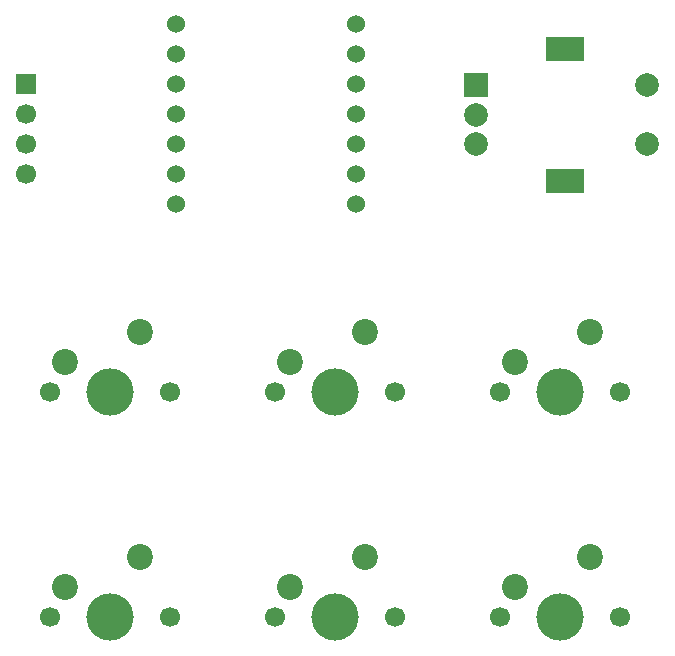
<source format=gts>
%TF.GenerationSoftware,KiCad,Pcbnew,9.0.6*%
%TF.CreationDate,2025-12-10T10:35:02-08:00*%
%TF.ProjectId,hackpad,6861636b-7061-4642-9e6b-696361645f70,rev?*%
%TF.SameCoordinates,Original*%
%TF.FileFunction,Soldermask,Top*%
%TF.FilePolarity,Negative*%
%FSLAX46Y46*%
G04 Gerber Fmt 4.6, Leading zero omitted, Abs format (unit mm)*
G04 Created by KiCad (PCBNEW 9.0.6) date 2025-12-10 10:35:02*
%MOMM*%
%LPD*%
G01*
G04 APERTURE LIST*
%ADD10C,1.700000*%
%ADD11C,4.000000*%
%ADD12C,2.200000*%
%ADD13R,1.700000X1.700000*%
%ADD14R,2.000000X2.000000*%
%ADD15C,2.000000*%
%ADD16R,3.200000X2.000000*%
%ADD17C,1.524000*%
G04 APERTURE END LIST*
D10*
%TO.C,SW2*%
X78263750Y-161925000D03*
D11*
X83343750Y-161925000D03*
D10*
X88423750Y-161925000D03*
D12*
X85883750Y-156845000D03*
X79533750Y-159385000D03*
%TD*%
D10*
%TO.C,SW6*%
X116363750Y-161925000D03*
D11*
X121443750Y-161925000D03*
D10*
X126523750Y-161925000D03*
D12*
X123983750Y-156845000D03*
X117633750Y-159385000D03*
%TD*%
D13*
%TO.C,J1*%
X76200000Y-116840000D03*
D10*
X76200000Y-119380000D03*
X76200000Y-121920000D03*
X76200000Y-124460000D03*
%TD*%
%TO.C,SW3*%
X97313750Y-142875000D03*
D11*
X102393750Y-142875000D03*
D10*
X107473750Y-142875000D03*
D12*
X104933750Y-137795000D03*
X98583750Y-140335000D03*
%TD*%
D10*
%TO.C,SW4*%
X97313750Y-161925000D03*
D11*
X102393750Y-161925000D03*
D10*
X107473750Y-161925000D03*
D12*
X104933750Y-156845000D03*
X98583750Y-159385000D03*
%TD*%
D10*
%TO.C,SW5*%
X116363750Y-142875000D03*
D11*
X121443750Y-142875000D03*
D10*
X126523750Y-142875000D03*
D12*
X123983750Y-137795000D03*
X117633750Y-140335000D03*
%TD*%
D14*
%TO.C,SW7*%
X114300000Y-116920000D03*
D15*
X114300000Y-121920000D03*
X114300000Y-119420000D03*
D16*
X121800000Y-113820000D03*
X121800000Y-125020000D03*
D15*
X128800000Y-121920000D03*
X128800000Y-116920000D03*
%TD*%
D10*
%TO.C,SW1*%
X78263750Y-142875000D03*
D11*
X83343750Y-142875000D03*
D10*
X88423750Y-142875000D03*
D12*
X85883750Y-137795000D03*
X79533750Y-140335000D03*
%TD*%
D17*
%TO.C,U1*%
X104140000Y-111760000D03*
X104140000Y-114300000D03*
X104140000Y-116840000D03*
X104140000Y-119380000D03*
X104140000Y-121920000D03*
X104140000Y-124460000D03*
X104140000Y-127000000D03*
X88900000Y-127000000D03*
X88900000Y-124460000D03*
X88900000Y-121920000D03*
X88900000Y-119380000D03*
X88900000Y-116840000D03*
X88900000Y-114300000D03*
X88900000Y-111760000D03*
%TD*%
M02*

</source>
